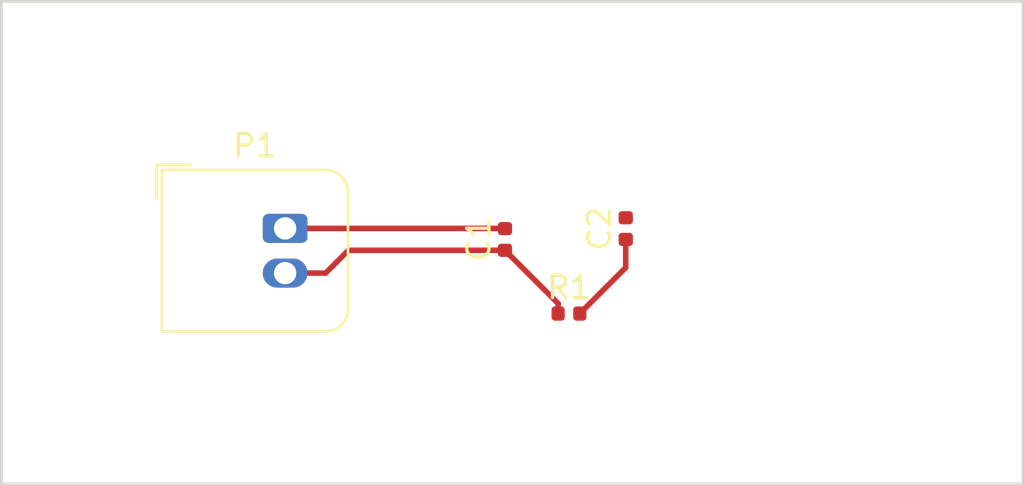
<source format=kicad_pcb>
(kicad_pcb (version 20241229) (generator "pcbnew") (generator_version "9.0")
  (layers (0 "F.Cu" signal) (2 "B.Cu" signal) (13 "F.Paste" user) (15 "B.Paste" user) (5 "F.SilkS" user "F.Silkscreen") (7 "B.SilkS" user "B.Silkscreen") (1 "F.Mask" user) (3 "B.Mask" user) (25 "Edge.Cuts" user))
  (net 0 "")
  (net 1 "GND")
  (net 2 "Net-(C2-Pad1)")
  (net 3 "VCC")
  (footprint "Capacitor_SMD:C_0402_1005Metric" (layer "F.Cu") (at 164.775001 80.505001 90)
    (property "Reference" "C1" (at 0 -1.17 90) (layer "F.SilkS"))
    (property "Value" "C")
    (pad "1" smd roundrect (at -0.485 0 90) (size 0.59 0.64) (layers "F.Cu" "F.Mask" "F.Paste") (net 3 "VCC"))
    (pad "2" smd roundrect (at 0.485 0 90) (size 0.59 0.64) (layers "F.Cu" "F.Mask" "F.Paste") (net 1 "GND"))
  )
  (footprint "Capacitor_SMD:C_0402_1005Metric" (layer "F.Cu") (at 170.18 80.020001 90)
    (property "Reference" "C2" (at 0 -1.17 90) (layer "F.SilkS"))
    (property "Value" "C")
    (pad "1" smd roundrect (at -0.485 0 90) (size 0.59 0.64) (layers "F.Cu" "F.Mask" "F.Paste") (net 2 "Net-(C2-Pad1)"))
    (pad "2" smd roundrect (at 0.485 0 90) (size 0.59 0.64) (layers "F.Cu" "F.Mask" "F.Paste") (net 1 "GND"))
  )
  (footprint "Connector_JST:JST_JWPF_B02B-JWPF-SK-R_1x02_P2.00mm_Vertical" (layer "F.Cu") (at 154.94 80.01)
    (property "Reference" "P1" (at -1.35 -3.7 0) (layer "F.SilkS"))
    (property "Value" "CONN_01X02")
    (fp_line (start -5.75 -2.85) (end -4.25 -2.85) (stroke (width 0.12)) (layer "F.SilkS"))
    (fp_line (start -5.75 -1.35) (end -5.75 -2.85) (stroke (width 0.12)) (layer "F.SilkS"))
    (fp_line (start -5.51 -2.61) (end -5.51 4.61) (stroke (width 0.12)) (layer "F.SilkS"))
    (fp_line (start -5.51 4.61) (end 1.81 4.61) (stroke (width 0.12)) (layer "F.SilkS"))
    (fp_line (start 1.81 -2.61) (end -5.51 -2.61) (stroke (width 0.12)) (layer "F.SilkS"))
    (fp_line (start 2.81 -1.61) (end 2.81 3.61) (stroke (width 0.12)) (layer "F.SilkS"))
    (fp_arc (start 1.81 -2.61) (mid 2.517107 -2.317107) (end 2.81 -1.61) (stroke (width 0.12)) (layer "F.SilkS"))
    (fp_arc (start 2.81 3.61) (mid 2.517107 4.317107) (end 1.81 4.61) (stroke (width 0.12)) (layer "F.SilkS"))
    (pad "" np_thru_hole circle (at -1.5 3.556) (size 1.15 1.15) (drill 1.15) (layers "*.Cu" "*.Mask"))
    (pad "1" thru_hole roundrect (at 0 0) (size 2 1.3) (drill 1) (layers "*.Cu" "*.Mask") (roundrect_rratio 0.192308) (net 1 "GND"))
    (pad "2" thru_hole oval (at 0 2) (size 2 1.3) (drill 1) (layers "*.Cu" "*.Mask") (net 3 "VCC"))
  )
  (footprint "Resistor_SMD:R_0402_1005Metric" (layer "F.Cu") (at 167.64 83.82)
    (property "Reference" "R1" (at 0 -1.17 0) (layer "F.SilkS"))
    (property "Value" "R")
    (pad "1" smd roundrect (at -0.485 0) (size 0.59 0.64) (layers "F.Cu" "F.Mask" "F.Paste") (net 3 "VCC"))
    (pad "2" smd roundrect (at 0.485 0) (size 0.59 0.64) (layers "F.Cu" "F.Mask" "F.Paste") (net 2 "Net-(C2-Pad1)"))
  )
  (gr_line (start 187.96 69.85) (end 142.24 69.85) (stroke (width 0.12)) (layer "Edge.Cuts"))
  (gr_line (start 187.96 91.44) (end 187.96 69.85) (stroke (width 0.12)) (layer "Edge.Cuts"))
  (gr_line (start 142.24 69.85) (end 142.24 91.44) (stroke (width 0.12)) (layer "Edge.Cuts"))
  (gr_line (start 142.24 91.44) (end 187.96 91.44) (stroke (width 0.12)) (layer "Edge.Cuts"))
  (segment (start 164.765 80.01) (end 164.775001 80.020001) (width 0.25) (layer "F.Cu") (net 1))
  (segment (start 154.94 80.01) (end 164.765 80.01) (width 0.25) (layer "F.Cu") (net 1))
  (segment (start 170.18 81.765) (end 168.125 83.82) (width 0.25) (layer "F.Cu") (net 2))
  (segment (start 170.18 80.505001) (end 170.18 81.765) (width 0.25) (layer "F.Cu") (net 2))
  (segment (start 157.769999 80.990001) (end 156.75 82.01) (width 0.25) (layer "F.Cu") (net 3))
  (segment (start 167.155 83.37) (end 165.1 81.315) (width 0.25) (layer "F.Cu") (net 3))
  (segment (start 165.1 81.315) (end 164.775001 80.990001) (width 0.25) (layer "F.Cu") (net 3))
  (segment (start 167.155 83.82) (end 167.155 83.37) (width 0.25) (layer "F.Cu") (net 3))
  (segment (start 156.75 82.01) (end 154.94 82.01) (width 0.25) (layer "F.Cu") (net 3))
  (segment (start 164.775001 80.990001) (end 157.769999 80.990001) (width 0.25) (layer "F.Cu") (net 3))
)
</source>
